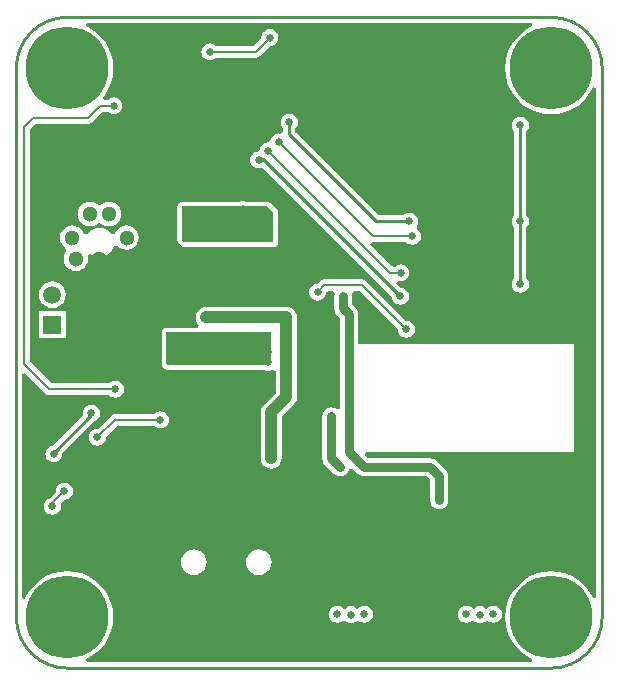
<source format=gbl>
G04 Layer_Physical_Order=2*
G04 Layer_Color=16711680*
%FSLAX25Y25*%
%MOIN*%
G70*
G01*
G75*
%ADD32C,0.00800*%
%ADD33C,0.01200*%
%ADD34C,0.01000*%
%ADD37C,0.03000*%
%ADD48C,0.05118*%
%ADD49C,0.27559*%
%ADD50R,0.05905X0.05905*%
%ADD51C,0.05905*%
%ADD52C,0.02600*%
%ADD53C,0.04000*%
G36*
X155054Y13961D02*
X154319Y13656D01*
X152268Y12400D01*
X150440Y10838D01*
X148878Y9009D01*
X147621Y6958D01*
X146701Y4736D01*
X146139Y2398D01*
X145950Y0D01*
X146139Y-2397D01*
X146701Y-4736D01*
X147621Y-6958D01*
X148878Y-9009D01*
X150440Y-10838D01*
X152268Y-12399D01*
X154319Y-13656D01*
X156541Y-14577D01*
X158880Y-15138D01*
X161277Y-15327D01*
X163675Y-15138D01*
X166014Y-14577D01*
X168236Y-13656D01*
X170286Y-12399D01*
X172115Y-10838D01*
X173677Y-9009D01*
X174934Y-6958D01*
X175238Y-6223D01*
X176238Y-6422D01*
Y-176509D01*
X175238Y-176708D01*
X174934Y-175973D01*
X173677Y-173922D01*
X172115Y-172093D01*
X170286Y-170531D01*
X168236Y-169274D01*
X166014Y-168354D01*
X163675Y-167793D01*
X161277Y-167604D01*
X158880Y-167793D01*
X156541Y-168354D01*
X154319Y-169274D01*
X152268Y-170531D01*
X150440Y-172093D01*
X148878Y-173922D01*
X147621Y-175973D01*
X146701Y-178194D01*
X146139Y-180533D01*
X145950Y-182931D01*
X146139Y-185328D01*
X146701Y-187667D01*
X147621Y-189889D01*
X148878Y-191940D01*
X150440Y-193769D01*
X152268Y-195330D01*
X154319Y-196587D01*
X155054Y-196892D01*
X154855Y-197892D01*
X6422D01*
X6223Y-196892D01*
X6958Y-196587D01*
X9009Y-195330D01*
X10838Y-193769D01*
X12400Y-191940D01*
X13656Y-189889D01*
X14577Y-187667D01*
X15138Y-185328D01*
X15327Y-182931D01*
X15138Y-180533D01*
X14577Y-178195D01*
X13656Y-175973D01*
X12400Y-173922D01*
X10838Y-172093D01*
X9009Y-170531D01*
X6958Y-169274D01*
X4736Y-168354D01*
X2398Y-167793D01*
X0Y-167604D01*
X-2398Y-167793D01*
X-4736Y-168354D01*
X-6958Y-169274D01*
X-9009Y-170531D01*
X-10838Y-172093D01*
X-12400Y-173922D01*
X-13656Y-175973D01*
X-13991Y-176781D01*
X-14991Y-176583D01*
Y-102055D01*
X-14067Y-101672D01*
X-7370Y-108370D01*
X-6741Y-108790D01*
X-6000Y-108937D01*
X13957D01*
X14003Y-108997D01*
X14588Y-109446D01*
X15269Y-109728D01*
X16000Y-109824D01*
X16731Y-109728D01*
X17412Y-109446D01*
X17997Y-108997D01*
X18446Y-108412D01*
X18728Y-107731D01*
X18824Y-107000D01*
X18728Y-106269D01*
X18446Y-105588D01*
X17997Y-105003D01*
X17412Y-104554D01*
X16731Y-104272D01*
X16000Y-104176D01*
X15269Y-104272D01*
X14588Y-104554D01*
X14003Y-105003D01*
X13957Y-105063D01*
X-5198D01*
X-12563Y-97698D01*
Y-20302D01*
X-10698Y-18437D01*
X7000D01*
X7741Y-18290D01*
X8370Y-17870D01*
X11802Y-14437D01*
X13457D01*
X13503Y-14497D01*
X14088Y-14946D01*
X14769Y-15228D01*
X15500Y-15324D01*
X16231Y-15228D01*
X16912Y-14946D01*
X17497Y-14497D01*
X17946Y-13912D01*
X18228Y-13231D01*
X18324Y-12500D01*
X18228Y-11769D01*
X17946Y-11088D01*
X17497Y-10503D01*
X16912Y-10054D01*
X16231Y-9772D01*
X15500Y-9676D01*
X14769Y-9772D01*
X14088Y-10054D01*
X13503Y-10503D01*
X13457Y-10563D01*
X12267D01*
X11848Y-9655D01*
X12400Y-9009D01*
X13656Y-6958D01*
X14577Y-4736D01*
X15138Y-2398D01*
X15327Y0D01*
X15138Y2398D01*
X14577Y4736D01*
X13656Y6958D01*
X12400Y9009D01*
X10838Y10838D01*
X9009Y12400D01*
X6958Y13656D01*
X6223Y13961D01*
X6422Y14961D01*
X154855D01*
X155054Y13961D01*
D02*
G37*
%LPC*%
G36*
X8000Y-112176D02*
X7269Y-112272D01*
X6588Y-112554D01*
X6003Y-113003D01*
X5554Y-113588D01*
X5272Y-114269D01*
X5176Y-115000D01*
X5249Y-115559D01*
X-4922Y-125731D01*
X-5231Y-125772D01*
X-5912Y-126054D01*
X-6497Y-126503D01*
X-6946Y-127088D01*
X-7228Y-127769D01*
X-7324Y-128500D01*
X-7228Y-129231D01*
X-6946Y-129912D01*
X-6497Y-130497D01*
X-5912Y-130946D01*
X-5231Y-131228D01*
X-4500Y-131324D01*
X-3769Y-131228D01*
X-3088Y-130946D01*
X-2503Y-130497D01*
X-2054Y-129912D01*
X-1772Y-129231D01*
X-1676Y-128500D01*
X-1705Y-128281D01*
X8932Y-117645D01*
X9412Y-117446D01*
X9997Y-116997D01*
X10446Y-116412D01*
X10728Y-115731D01*
X10824Y-115000D01*
X10728Y-114269D01*
X10446Y-113588D01*
X9997Y-113003D01*
X9412Y-112554D01*
X8731Y-112272D01*
X8000Y-112176D01*
D02*
G37*
G36*
X73000Y-79470D02*
X46347D01*
X45433Y-79590D01*
X44581Y-79943D01*
X43850Y-80504D01*
X43289Y-81235D01*
X42937Y-82086D01*
X42816Y-83000D01*
X42937Y-83914D01*
X43289Y-84765D01*
X43850Y-85496D01*
X43511Y-86496D01*
X32982D01*
X32396Y-86613D01*
X31900Y-86944D01*
X31569Y-87440D01*
X31452Y-88026D01*
Y-98726D01*
X31462Y-98773D01*
X31455Y-98821D01*
X31519Y-99064D01*
X31569Y-99311D01*
X31596Y-99351D01*
X31608Y-99398D01*
X31760Y-99598D01*
X31900Y-99807D01*
X31940Y-99834D01*
X31970Y-99873D01*
X32187Y-99999D01*
X32396Y-100138D01*
X32444Y-100148D01*
X32486Y-100172D01*
X33362Y-100472D01*
X33611Y-100506D01*
X33857Y-100555D01*
X65771D01*
X66250Y-100753D01*
X66982Y-100850D01*
X67712Y-100753D01*
X68386Y-100475D01*
X68470Y-100458D01*
X68642Y-100488D01*
X69470Y-101038D01*
Y-108082D01*
X65485Y-112066D01*
X64924Y-112797D01*
X64572Y-113649D01*
X64451Y-114563D01*
Y-129982D01*
X64572Y-130895D01*
X64924Y-131747D01*
X65485Y-132478D01*
X66216Y-133039D01*
X67068Y-133391D01*
X67981Y-133512D01*
X68895Y-133391D01*
X69747Y-133039D01*
X70478Y-132478D01*
X71039Y-131747D01*
X71391Y-130895D01*
X71512Y-129982D01*
Y-116025D01*
X75496Y-112040D01*
X76057Y-111309D01*
X76410Y-110458D01*
X76530Y-109544D01*
Y-83000D01*
X76410Y-82086D01*
X76057Y-81235D01*
X75496Y-80504D01*
X74765Y-79943D01*
X73914Y-79590D01*
X73000Y-79470D01*
D02*
G37*
G36*
X-547Y-81047D02*
X-9453D01*
Y-89953D01*
X-547D01*
Y-81047D01*
D02*
G37*
G36*
X31000Y-114320D02*
X30269Y-114416D01*
X29588Y-114698D01*
X29003Y-115147D01*
X28957Y-115207D01*
X15856D01*
X15115Y-115354D01*
X14486Y-115774D01*
X10075Y-120186D01*
X10000Y-120176D01*
X9269Y-120272D01*
X8588Y-120554D01*
X8003Y-121003D01*
X7554Y-121588D01*
X7272Y-122269D01*
X7176Y-123000D01*
X7272Y-123731D01*
X7554Y-124412D01*
X8003Y-124997D01*
X8588Y-125446D01*
X9269Y-125728D01*
X10000Y-125824D01*
X10731Y-125728D01*
X11412Y-125446D01*
X11997Y-124997D01*
X12446Y-124412D01*
X12728Y-123731D01*
X12824Y-123000D01*
X12814Y-122925D01*
X16658Y-119081D01*
X28957D01*
X29003Y-119141D01*
X29588Y-119590D01*
X30269Y-119872D01*
X31000Y-119968D01*
X31731Y-119872D01*
X32412Y-119590D01*
X32997Y-119141D01*
X33446Y-118556D01*
X33728Y-117875D01*
X33824Y-117144D01*
X33728Y-116413D01*
X33446Y-115732D01*
X32997Y-115147D01*
X32412Y-114698D01*
X31731Y-114416D01*
X31000Y-114320D01*
D02*
G37*
G36*
X-1000Y-138176D02*
X-1731Y-138272D01*
X-2412Y-138554D01*
X-2997Y-139003D01*
X-3446Y-139588D01*
X-3728Y-140269D01*
X-3824Y-141000D01*
X-3814Y-141075D01*
X-6210Y-143471D01*
X-6412Y-143554D01*
X-6997Y-144003D01*
X-7446Y-144588D01*
X-7728Y-145269D01*
X-7824Y-146000D01*
X-7728Y-146731D01*
X-7446Y-147412D01*
X-6997Y-147997D01*
X-6412Y-148446D01*
X-5731Y-148728D01*
X-5000Y-148824D01*
X-4269Y-148728D01*
X-3588Y-148446D01*
X-3003Y-147997D01*
X-2554Y-147412D01*
X-2272Y-146731D01*
X-2176Y-146000D01*
X-2272Y-145269D01*
X-2347Y-145087D01*
X-1075Y-143814D01*
X-1000Y-143824D01*
X-269Y-143728D01*
X412Y-143446D01*
X997Y-142997D01*
X1446Y-142412D01*
X1728Y-141731D01*
X1824Y-141000D01*
X1728Y-140269D01*
X1446Y-139588D01*
X997Y-139003D01*
X412Y-138554D01*
X-269Y-138272D01*
X-1000Y-138176D01*
D02*
G37*
G36*
X99000Y-179176D02*
X98269Y-179272D01*
X97588Y-179554D01*
X97516Y-179609D01*
X96643Y-180113D01*
X96058Y-179665D01*
X95377Y-179382D01*
X94646Y-179286D01*
X93915Y-179382D01*
X93234Y-179665D01*
X92649Y-180113D01*
X91667Y-179750D01*
X91412Y-179554D01*
X90731Y-179272D01*
X90000Y-179176D01*
X89269Y-179272D01*
X88588Y-179554D01*
X88003Y-180003D01*
X87554Y-180588D01*
X87272Y-181269D01*
X87176Y-182000D01*
X87272Y-182731D01*
X87554Y-183412D01*
X88003Y-183997D01*
X88588Y-184446D01*
X89269Y-184728D01*
X90000Y-184824D01*
X90731Y-184728D01*
X91412Y-184446D01*
X91997Y-183997D01*
X92979Y-184360D01*
X93234Y-184556D01*
X93915Y-184838D01*
X94646Y-184934D01*
X95377Y-184838D01*
X96058Y-184556D01*
X96129Y-184501D01*
X97003Y-183997D01*
X97588Y-184446D01*
X98269Y-184728D01*
X99000Y-184824D01*
X99731Y-184728D01*
X100412Y-184446D01*
X100997Y-183997D01*
X101446Y-183412D01*
X101728Y-182731D01*
X101824Y-182000D01*
X101728Y-181269D01*
X101446Y-180588D01*
X100997Y-180003D01*
X100412Y-179554D01*
X99731Y-179272D01*
X99000Y-179176D01*
D02*
G37*
G36*
X142000D02*
X141269Y-179272D01*
X140588Y-179554D01*
X140462Y-179651D01*
X139556Y-180113D01*
X138971Y-179665D01*
X138290Y-179382D01*
X137559Y-179286D01*
X136828Y-179382D01*
X136147Y-179665D01*
X135562Y-180113D01*
X134613Y-179708D01*
X134412Y-179554D01*
X133731Y-179272D01*
X133000Y-179176D01*
X132269Y-179272D01*
X131588Y-179554D01*
X131003Y-180003D01*
X130554Y-180588D01*
X130272Y-181269D01*
X130176Y-182000D01*
X130272Y-182731D01*
X130554Y-183412D01*
X131003Y-183997D01*
X131588Y-184446D01*
X132269Y-184728D01*
X133000Y-184824D01*
X133731Y-184728D01*
X134412Y-184446D01*
X134997Y-183997D01*
X135947Y-184402D01*
X136147Y-184556D01*
X136828Y-184838D01*
X137559Y-184934D01*
X138290Y-184838D01*
X138971Y-184556D01*
X139097Y-184459D01*
X140003Y-183997D01*
X140588Y-184446D01*
X141269Y-184728D01*
X142000Y-184824D01*
X142731Y-184728D01*
X143412Y-184446D01*
X143997Y-183997D01*
X144446Y-183412D01*
X144728Y-182731D01*
X144824Y-182000D01*
X144728Y-181269D01*
X144446Y-180588D01*
X143997Y-180003D01*
X143412Y-179554D01*
X142731Y-179272D01*
X142000Y-179176D01*
D02*
G37*
G36*
X63827Y-160297D02*
X62716Y-160443D01*
X61681Y-160872D01*
X60791Y-161555D01*
X60109Y-162444D01*
X59680Y-163479D01*
X59534Y-164590D01*
X59680Y-165701D01*
X60109Y-166736D01*
X60791Y-167625D01*
X61681Y-168307D01*
X62716Y-168736D01*
X63827Y-168883D01*
X64938Y-168736D01*
X65973Y-168307D01*
X66862Y-167625D01*
X67544Y-166736D01*
X67973Y-165701D01*
X68119Y-164590D01*
X67973Y-163479D01*
X67544Y-162444D01*
X66862Y-161555D01*
X65973Y-160872D01*
X64938Y-160443D01*
X63827Y-160297D01*
D02*
G37*
G36*
X42173D02*
X41062Y-160443D01*
X40027Y-160872D01*
X39138Y-161555D01*
X38456Y-162444D01*
X38027Y-163479D01*
X37881Y-164590D01*
X38027Y-165701D01*
X38456Y-166736D01*
X39138Y-167625D01*
X40027Y-168307D01*
X41062Y-168736D01*
X42173Y-168883D01*
X43284Y-168736D01*
X44319Y-168307D01*
X45209Y-167625D01*
X45891Y-166736D01*
X46320Y-165701D01*
X46466Y-164590D01*
X46320Y-163479D01*
X45891Y-162444D01*
X45209Y-161555D01*
X44319Y-160872D01*
X43284Y-160443D01*
X42173Y-160297D01*
D02*
G37*
G36*
X13864Y-44458D02*
X12804Y-44597D01*
X11817Y-45006D01*
X11442Y-45294D01*
X10714Y-45563D01*
X9987Y-45294D01*
X9612Y-45006D01*
X8624Y-44597D01*
X7565Y-44458D01*
X6505Y-44597D01*
X5518Y-45006D01*
X4670Y-45657D01*
X4019Y-46505D01*
X3610Y-47492D01*
X3471Y-48552D01*
X3610Y-49611D01*
X4019Y-50599D01*
X4670Y-51447D01*
X5518Y-52097D01*
X6505Y-52507D01*
X7565Y-52646D01*
X8624Y-52507D01*
X9612Y-52097D01*
X9987Y-51810D01*
X10714Y-51541D01*
X11442Y-51810D01*
X11817Y-52097D01*
X12804Y-52507D01*
X13864Y-52646D01*
X14923Y-52507D01*
X15911Y-52097D01*
X16759Y-51447D01*
X17409Y-50599D01*
X17818Y-49611D01*
X17958Y-48552D01*
X17818Y-47492D01*
X17409Y-46505D01*
X16759Y-45657D01*
X15911Y-45006D01*
X14923Y-44597D01*
X13864Y-44458D01*
D02*
G37*
G36*
X19770Y-52332D02*
X18710Y-52472D01*
X17722Y-52881D01*
X16875Y-53531D01*
X16224Y-54379D01*
X15883Y-55202D01*
X15445Y-55368D01*
X14806Y-55372D01*
X14171Y-54545D01*
X13159Y-53768D01*
X11980Y-53280D01*
X10714Y-53113D01*
X9449Y-53280D01*
X8270Y-53768D01*
X7258Y-54545D01*
X6623Y-55372D01*
X5984Y-55369D01*
X5545Y-55203D01*
X5204Y-54379D01*
X4554Y-53531D01*
X3706Y-52881D01*
X2718Y-52472D01*
X1659Y-52332D01*
X599Y-52472D01*
X-388Y-52881D01*
X-1236Y-53531D01*
X-1887Y-54379D01*
X-2296Y-55366D01*
X-2435Y-56426D01*
X-2296Y-57486D01*
X-1887Y-58473D01*
X-1236Y-59321D01*
X-622Y-59792D01*
X-388Y-60132D01*
X-389Y-61054D01*
X-705Y-61466D01*
X-1114Y-62453D01*
X-1254Y-63512D01*
X-1114Y-64572D01*
X-705Y-65560D01*
X-55Y-66408D01*
X793Y-67058D01*
X1781Y-67467D01*
X2840Y-67607D01*
X3900Y-67467D01*
X4887Y-67058D01*
X5735Y-66408D01*
X6386Y-65560D01*
X6795Y-64572D01*
X6934Y-63512D01*
X6795Y-62453D01*
X6740Y-62321D01*
X7562Y-61691D01*
X8270Y-62235D01*
X9449Y-62723D01*
X10714Y-62889D01*
X11980Y-62723D01*
X13159Y-62235D01*
X14171Y-61458D01*
X14948Y-60445D01*
X15436Y-59266D01*
X15456Y-59115D01*
X16502Y-58835D01*
X16875Y-59321D01*
X17722Y-59972D01*
X18710Y-60381D01*
X19770Y-60520D01*
X20829Y-60381D01*
X21817Y-59972D01*
X22664Y-59321D01*
X23315Y-58473D01*
X23724Y-57486D01*
X23864Y-56426D01*
X23724Y-55366D01*
X23315Y-54379D01*
X22664Y-53531D01*
X21817Y-52881D01*
X20829Y-52472D01*
X19770Y-52332D01*
D02*
G37*
G36*
X67500Y13037D02*
X66769Y12941D01*
X66088Y12658D01*
X65503Y12210D01*
X65054Y11625D01*
X64772Y10944D01*
X64676Y10213D01*
X64686Y10138D01*
X61985Y7437D01*
X49543D01*
X49497Y7497D01*
X48912Y7946D01*
X48231Y8228D01*
X47500Y8324D01*
X46769Y8228D01*
X46088Y7946D01*
X45503Y7497D01*
X45054Y6912D01*
X44772Y6231D01*
X44676Y5500D01*
X44772Y4769D01*
X45054Y4088D01*
X45503Y3503D01*
X46088Y3054D01*
X46769Y2772D01*
X47500Y2676D01*
X48231Y2772D01*
X48912Y3054D01*
X49497Y3503D01*
X49543Y3563D01*
X62787D01*
X63529Y3710D01*
X64157Y4130D01*
X67425Y7398D01*
X67500Y7388D01*
X68231Y7485D01*
X68912Y7767D01*
X69497Y8216D01*
X69946Y8800D01*
X70228Y9482D01*
X70324Y10213D01*
X70228Y10944D01*
X69946Y11625D01*
X69497Y12210D01*
X68912Y12658D01*
X68231Y12941D01*
X67500Y13037D01*
D02*
G37*
G36*
X74000Y-15176D02*
X73269Y-15272D01*
X72588Y-15554D01*
X72003Y-16003D01*
X71554Y-16588D01*
X71272Y-17269D01*
X71176Y-18000D01*
X71272Y-18731D01*
X71554Y-19412D01*
X71961Y-19942D01*
Y-20992D01*
X71667Y-21306D01*
X70961Y-21736D01*
X70500Y-21676D01*
X69769Y-21772D01*
X69088Y-22054D01*
X68503Y-22503D01*
X68054Y-23088D01*
X67772Y-23769D01*
X67000Y-24635D01*
X66269Y-24731D01*
X65588Y-25013D01*
X65003Y-25462D01*
X64554Y-26047D01*
X64272Y-26728D01*
X64271Y-26733D01*
X63769Y-27676D01*
X63038Y-27772D01*
X62357Y-28054D01*
X61772Y-28503D01*
X61323Y-29088D01*
X61041Y-29769D01*
X60945Y-30500D01*
X61041Y-31231D01*
X61323Y-31912D01*
X61772Y-32497D01*
X62357Y-32946D01*
X63038Y-33228D01*
X63769Y-33324D01*
X64500Y-33228D01*
X64995Y-33023D01*
X108207Y-76235D01*
X108272Y-76731D01*
X108554Y-77412D01*
X109003Y-77997D01*
X109588Y-78446D01*
X110269Y-78728D01*
X111000Y-78824D01*
X111731Y-78728D01*
X112412Y-78446D01*
X112997Y-77997D01*
X113446Y-77412D01*
X113728Y-76731D01*
X113824Y-76000D01*
X113728Y-75269D01*
X113446Y-74588D01*
X112997Y-74003D01*
X112412Y-73554D01*
X111731Y-73272D01*
X111235Y-73207D01*
X109691Y-71663D01*
X110258Y-70815D01*
X110426Y-70885D01*
X111158Y-70982D01*
X111888Y-70885D01*
X112570Y-70603D01*
X113154Y-70155D01*
X113603Y-69570D01*
X113885Y-68888D01*
X113982Y-68158D01*
X113885Y-67427D01*
X113603Y-66745D01*
X113154Y-66161D01*
X112570Y-65712D01*
X111888Y-65430D01*
X111158Y-65333D01*
X110426Y-65430D01*
X109745Y-65712D01*
X109160Y-66161D01*
X108231Y-65950D01*
X101027Y-58746D01*
X101541Y-57846D01*
X102000Y-57937D01*
X112957D01*
X113003Y-57997D01*
X113588Y-58446D01*
X114269Y-58728D01*
X115000Y-58824D01*
X115731Y-58728D01*
X116412Y-58446D01*
X116997Y-57997D01*
X117446Y-57412D01*
X117728Y-56731D01*
X117824Y-56000D01*
X117728Y-55269D01*
X117446Y-54588D01*
X116997Y-54003D01*
X116641Y-53730D01*
X116411Y-53469D01*
X116403Y-52468D01*
X116446Y-52412D01*
X116728Y-51731D01*
X116824Y-51000D01*
X116728Y-50269D01*
X116446Y-49588D01*
X115997Y-49003D01*
X115412Y-48554D01*
X114731Y-48272D01*
X114000Y-48176D01*
X113269Y-48272D01*
X112588Y-48554D01*
X112058Y-48961D01*
X103845D01*
X76039Y-21155D01*
Y-19942D01*
X76446Y-19412D01*
X76728Y-18731D01*
X76824Y-18000D01*
X76728Y-17269D01*
X76446Y-16588D01*
X75997Y-16003D01*
X75412Y-15554D01*
X74731Y-15272D01*
X74000Y-15176D01*
D02*
G37*
G36*
X58500Y-44176D02*
X57769Y-44272D01*
X57290Y-44471D01*
X38196D01*
X37611Y-44587D01*
X37115Y-44919D01*
X36783Y-45415D01*
X36667Y-46000D01*
Y-57253D01*
X36783Y-57839D01*
X37115Y-58335D01*
X37924Y-59145D01*
X38420Y-59476D01*
X39006Y-59592D01*
X68696D01*
X69281Y-59476D01*
X69777Y-59145D01*
X70109Y-58648D01*
X70225Y-58063D01*
Y-48063D01*
X70109Y-47478D01*
X69777Y-46982D01*
X67714Y-44919D01*
X67218Y-44587D01*
X66633Y-44471D01*
X59710D01*
X59231Y-44272D01*
X58500Y-44176D01*
D02*
G37*
G36*
X151000Y-16176D02*
X150269Y-16272D01*
X149588Y-16554D01*
X149003Y-17003D01*
X148554Y-17588D01*
X148272Y-18269D01*
X148176Y-19000D01*
X148272Y-19731D01*
X148554Y-20412D01*
X148961Y-20942D01*
Y-49058D01*
X148554Y-49588D01*
X148272Y-50269D01*
X148176Y-51000D01*
X148272Y-51731D01*
X148554Y-52412D01*
X148961Y-52942D01*
Y-70058D01*
X148554Y-70588D01*
X148272Y-71269D01*
X148176Y-72000D01*
X148272Y-72731D01*
X148554Y-73412D01*
X149003Y-73997D01*
X149588Y-74446D01*
X150269Y-74728D01*
X151000Y-74824D01*
X151731Y-74728D01*
X152412Y-74446D01*
X152997Y-73997D01*
X153446Y-73412D01*
X153728Y-72731D01*
X153824Y-72000D01*
X153728Y-71269D01*
X153446Y-70588D01*
X153039Y-70058D01*
Y-52942D01*
X153446Y-52412D01*
X153728Y-51731D01*
X153824Y-51000D01*
X153728Y-50269D01*
X153446Y-49588D01*
X153039Y-49058D01*
Y-20942D01*
X153446Y-20412D01*
X153728Y-19731D01*
X153824Y-19000D01*
X153728Y-18269D01*
X153446Y-17588D01*
X152997Y-17003D01*
X152412Y-16554D01*
X151731Y-16272D01*
X151000Y-16176D01*
D02*
G37*
G36*
X-5000Y-71009D02*
X-6162Y-71162D01*
X-7246Y-71610D01*
X-8176Y-72324D01*
X-8890Y-73254D01*
X-9338Y-74338D01*
X-9491Y-75500D01*
X-9338Y-76662D01*
X-8890Y-77746D01*
X-8176Y-78676D01*
X-7246Y-79390D01*
X-6162Y-79838D01*
X-5000Y-79991D01*
X-3838Y-79838D01*
X-2754Y-79390D01*
X-1824Y-78676D01*
X-1111Y-77746D01*
X-662Y-76662D01*
X-509Y-75500D01*
X-662Y-74338D01*
X-1111Y-73254D01*
X-1824Y-72324D01*
X-2754Y-71610D01*
X-3838Y-71162D01*
X-5000Y-71009D01*
D02*
G37*
G36*
X98304Y-70367D02*
X85696D01*
X84955Y-70514D01*
X84326Y-70934D01*
X83498Y-71762D01*
X83424Y-71752D01*
X82692Y-71849D01*
X82011Y-72131D01*
X81427Y-72579D01*
X80978Y-73164D01*
X80695Y-73846D01*
X80599Y-74576D01*
X80695Y-75308D01*
X80978Y-75989D01*
X81427Y-76573D01*
X82011Y-77022D01*
X82692Y-77305D01*
X83424Y-77401D01*
X84154Y-77305D01*
X84836Y-77022D01*
X85421Y-76573D01*
X85869Y-75989D01*
X86151Y-75308D01*
X86248Y-74576D01*
X87154Y-74241D01*
X88399D01*
X89076Y-75215D01*
X89074Y-75241D01*
X88974Y-76000D01*
Y-80000D01*
X89077Y-80783D01*
X89380Y-81513D01*
X89860Y-82140D01*
X90974Y-83253D01*
Y-113305D01*
X90582Y-113566D01*
X89974Y-113733D01*
X89513Y-113380D01*
X88783Y-113077D01*
X88000Y-112974D01*
X87217Y-113077D01*
X86487Y-113380D01*
X85860Y-113860D01*
X85379Y-114487D01*
X85077Y-115217D01*
X84974Y-116000D01*
Y-130000D01*
X85077Y-130783D01*
X85379Y-131513D01*
X85860Y-132140D01*
X88860Y-135140D01*
X89487Y-135620D01*
X90217Y-135923D01*
X91000Y-136026D01*
X91783Y-135923D01*
X92513Y-135620D01*
X93140Y-135140D01*
X93621Y-134513D01*
X93923Y-133783D01*
X93942Y-133636D01*
X94998Y-133277D01*
X96860Y-135140D01*
X97487Y-135620D01*
X98217Y-135923D01*
X99000Y-136026D01*
X99000Y-136026D01*
X119747D01*
X120974Y-137253D01*
Y-140000D01*
Y-144000D01*
X121077Y-144783D01*
X121379Y-145513D01*
X121860Y-146140D01*
X122487Y-146621D01*
X123217Y-146923D01*
X124000Y-147026D01*
X124783Y-146923D01*
X125513Y-146621D01*
X126140Y-146140D01*
X126620Y-145513D01*
X126923Y-144783D01*
X127026Y-144000D01*
Y-140000D01*
Y-136000D01*
X126923Y-135217D01*
X126620Y-134487D01*
X126140Y-133860D01*
X123140Y-130860D01*
X122513Y-130379D01*
X121783Y-130077D01*
X121000Y-129974D01*
X100253D01*
X99203Y-128924D01*
X99586Y-128000D01*
X169000Y-128000D01*
X169000Y-92000D01*
X97026Y-92000D01*
Y-82000D01*
X97026Y-82000D01*
X96923Y-81217D01*
X96621Y-80487D01*
X96140Y-79860D01*
X95026Y-78747D01*
Y-76000D01*
X94926Y-75241D01*
X94924Y-75215D01*
X95601Y-74241D01*
X97502D01*
X110186Y-86925D01*
X110176Y-87000D01*
X110272Y-87731D01*
X110554Y-88412D01*
X111003Y-88997D01*
X111588Y-89446D01*
X112269Y-89728D01*
X113000Y-89824D01*
X113731Y-89728D01*
X114412Y-89446D01*
X114997Y-88997D01*
X115446Y-88412D01*
X115728Y-87731D01*
X115824Y-87000D01*
X115728Y-86269D01*
X115446Y-85588D01*
X114997Y-85003D01*
X114412Y-84554D01*
X113731Y-84272D01*
X113000Y-84176D01*
X112925Y-84186D01*
X99674Y-70934D01*
X99045Y-70514D01*
X98304Y-70367D01*
D02*
G37*
%LPD*%
G36*
X67981Y-99026D02*
X33857D01*
X32982Y-98726D01*
Y-88026D01*
X67981D01*
Y-99026D01*
D02*
G37*
G36*
X68696Y-48063D02*
Y-58063D01*
X39006D01*
X38196Y-57253D01*
Y-46000D01*
X66633D01*
X68696Y-48063D01*
D02*
G37*
D32*
X70500Y-24500D02*
X102000Y-56000D01*
X83424Y-74576D02*
X85696Y-72304D01*
X98304D01*
X113000Y-87000D01*
X-5000Y-145000D02*
X-1000Y-141000D01*
X15856Y-117144D02*
X31000D01*
X67000Y-27459D02*
X107699Y-68158D01*
X111158D01*
X102000Y-56000D02*
X115000D01*
X10000Y-123000D02*
X15856Y-117144D01*
X-14500Y-98500D02*
X-6000Y-107000D01*
X16000D01*
X-14500Y-98500D02*
Y-19500D01*
X11000Y-12500D02*
X15500D01*
X-14500Y-19500D02*
X-11500Y-16500D01*
X7000D01*
X11000Y-12500D01*
X-5000Y-146000D02*
Y-145000D01*
X62787Y5500D02*
X67500Y10213D01*
X47500Y5500D02*
X62787D01*
D33*
X65500Y-30500D02*
X111000Y-76000D01*
X63769Y-30500D02*
X65500D01*
D34*
X8000Y-115693D02*
Y-115000D01*
X74000Y-22000D02*
Y-18000D01*
Y-22000D02*
X103000Y-51000D01*
X114000D01*
X151000Y-72000D02*
Y-51000D01*
Y-19000D01*
X-4500Y-128500D02*
Y-128193D01*
X8000Y-115693D01*
X161277Y-199946D02*
G03*
X178293Y-182931I0J17015D01*
G01*
X-17015Y-182931D02*
G03*
X0Y-199946I17015J0D01*
G01*
Y17015D02*
G03*
X-17015Y0I0J-17015D01*
G01*
X178293Y0D02*
G03*
X161277Y17015I-17015J0D01*
G01*
X-17030Y-182931D02*
Y0D01*
X178277Y-182931D02*
Y0D01*
X0Y-199931D02*
X161277D01*
X0Y17000D02*
X161277D01*
D37*
X92000Y-80000D02*
X94000Y-82000D01*
X121000Y-133000D02*
X124000Y-136000D01*
Y-140000D02*
Y-136000D01*
Y-144000D02*
Y-140000D01*
X92000Y-80000D02*
Y-76000D01*
X94000Y-128000D02*
Y-82000D01*
Y-128000D02*
X99000Y-133000D01*
X121000D01*
X88000Y-130000D02*
Y-116000D01*
Y-130000D02*
X91000Y-133000D01*
D48*
X2840Y-63512D02*
D03*
X10714D02*
D03*
X18588D02*
D03*
X1659Y-56426D02*
D03*
X19770D02*
D03*
X7565Y-48552D02*
D03*
X13864D02*
D03*
D49*
X0Y-182931D02*
D03*
X161277Y-182931D02*
D03*
Y0D02*
D03*
X0Y0D02*
D03*
D50*
X-5000Y-85500D02*
D03*
D51*
Y-75500D02*
D03*
D52*
X70500Y-24500D02*
D03*
X63769Y-30500D02*
D03*
X84500Y-81500D02*
D03*
X73000Y-83000D02*
D03*
X5000Y-40000D02*
D03*
X5250Y-146750D02*
D03*
X-3000Y-150500D02*
D03*
X41500Y-113500D02*
D03*
X49981Y-122026D02*
D03*
X52000Y-113500D02*
D03*
X61000Y-89926D02*
D03*
X44000Y-95500D02*
D03*
X37000Y-95000D02*
D03*
X66982Y-98026D02*
D03*
Y-94526D02*
D03*
X66970Y-50077D02*
D03*
Y-54076D02*
D03*
X54000Y-69500D02*
D03*
X47000D02*
D03*
X50000Y-49500D02*
D03*
X41469Y-49577D02*
D03*
X8000Y-115000D02*
D03*
X20000Y3000D02*
D03*
X29000Y13000D02*
D03*
X15000D02*
D03*
X78000Y-50000D02*
D03*
X96000Y-6000D02*
D03*
X104000Y-18173D02*
D03*
X110000D02*
D03*
X116732D02*
D03*
X110000Y12000D02*
D03*
X117000D02*
D03*
X103000Y5000D02*
D03*
X110000D02*
D03*
X117000D02*
D03*
X79950Y-16000D02*
D03*
X92000Y-80000D02*
D03*
X124000Y-140000D02*
D03*
Y-144000D02*
D03*
X92000Y-76000D02*
D03*
X101000Y-30000D02*
D03*
X78110Y-94000D02*
D03*
X110000Y-171000D02*
D03*
X103969Y-162031D02*
D03*
X67981Y-129982D02*
D03*
X39970Y-69577D02*
D03*
X174000Y-24000D02*
D03*
X111158Y-68158D02*
D03*
X111000Y-76000D02*
D03*
X83424Y-74576D02*
D03*
X113000Y-87000D02*
D03*
X91000Y-133000D02*
D03*
X88000Y-116000D02*
D03*
X-1000Y-141000D02*
D03*
X76000Y-172000D02*
D03*
Y-153000D02*
D03*
X85000D02*
D03*
Y-172000D02*
D03*
Y-163000D02*
D03*
X76000D02*
D03*
X21512D02*
D03*
X30512D02*
D03*
Y-172000D02*
D03*
Y-153000D02*
D03*
X21512D02*
D03*
Y-172000D02*
D03*
X90000Y-182000D02*
D03*
X94646Y-182110D02*
D03*
X99000Y-182000D02*
D03*
X133000D02*
D03*
X137559Y-182110D02*
D03*
X142000Y-182000D02*
D03*
X31000Y-117144D02*
D03*
X151000Y-72000D02*
D03*
X115000Y-56000D02*
D03*
X110000Y-14000D02*
D03*
X116732D02*
D03*
X104000D02*
D03*
X151000Y-19000D02*
D03*
X67000Y-27459D02*
D03*
X74000Y-18000D02*
D03*
X114000Y-51000D02*
D03*
X151000D02*
D03*
X16000Y-107000D02*
D03*
X81000Y-10000D02*
D03*
X58500Y-47000D02*
D03*
X10000Y-123000D02*
D03*
X15500Y-12500D02*
D03*
X16000Y-112500D02*
D03*
X-5000Y-146000D02*
D03*
X-4500Y-128500D02*
D03*
X46347Y-83000D02*
D03*
X67500Y10213D02*
D03*
X47500Y5500D02*
D03*
D53*
X46347Y-83000D02*
X73000D01*
Y-109544D02*
Y-83000D01*
X67981Y-129982D02*
Y-114563D01*
X73000Y-109544D01*
M02*

</source>
